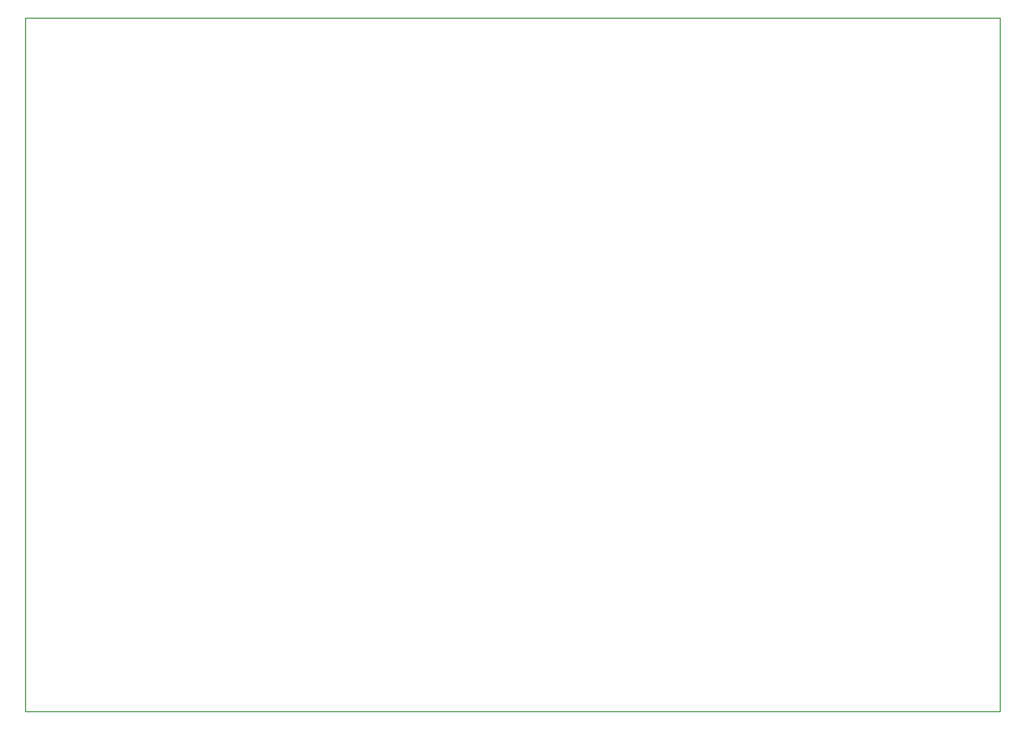
<source format=gbr>
%TF.GenerationSoftware,KiCad,Pcbnew,7.0.7*%
%TF.CreationDate,2023-09-04T17:24:35+02:00*%
%TF.ProjectId,6507,36353037-2e6b-4696-9361-645f70636258,rev?*%
%TF.SameCoordinates,Original*%
%TF.FileFunction,Profile,NP*%
%FSLAX46Y46*%
G04 Gerber Fmt 4.6, Leading zero omitted, Abs format (unit mm)*
G04 Created by KiCad (PCBNEW 7.0.7) date 2023-09-04 17:24:35*
%MOMM*%
%LPD*%
G01*
G04 APERTURE LIST*
%TA.AperFunction,Profile*%
%ADD10C,0.100000*%
%TD*%
G04 APERTURE END LIST*
D10*
X94488000Y-134112000D02*
X94488000Y-71120000D01*
X182880000Y-134112000D02*
X94488000Y-134112000D01*
X182880000Y-71120000D02*
X182880000Y-134112000D01*
X94488000Y-71120000D02*
X182880000Y-71120000D01*
M02*

</source>
